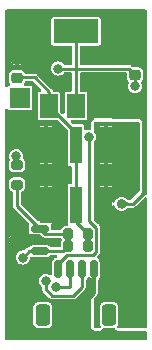
<source format=gbr>
%TF.GenerationSoftware,KiCad,Pcbnew,(6.0.9)*%
%TF.CreationDate,2022-11-21T17:19:19+00:00*%
%TF.ProjectId,DLSB-DRIVERBOARD-V1,444c5342-2d44-4524-9956-4552424f4152,rev?*%
%TF.SameCoordinates,Original*%
%TF.FileFunction,Copper,L2,Bot*%
%TF.FilePolarity,Positive*%
%FSLAX46Y46*%
G04 Gerber Fmt 4.6, Leading zero omitted, Abs format (unit mm)*
G04 Created by KiCad (PCBNEW (6.0.9)) date 2022-11-21 17:19:19*
%MOMM*%
%LPD*%
G01*
G04 APERTURE LIST*
G04 Aperture macros list*
%AMRoundRect*
0 Rectangle with rounded corners*
0 $1 Rounding radius*
0 $2 $3 $4 $5 $6 $7 $8 $9 X,Y pos of 4 corners*
0 Add a 4 corners polygon primitive as box body*
4,1,4,$2,$3,$4,$5,$6,$7,$8,$9,$2,$3,0*
0 Add four circle primitives for the rounded corners*
1,1,$1+$1,$2,$3*
1,1,$1+$1,$4,$5*
1,1,$1+$1,$6,$7*
1,1,$1+$1,$8,$9*
0 Add four rect primitives between the rounded corners*
20,1,$1+$1,$2,$3,$4,$5,0*
20,1,$1+$1,$4,$5,$6,$7,0*
20,1,$1+$1,$6,$7,$8,$9,0*
20,1,$1+$1,$8,$9,$2,$3,0*%
G04 Aperture macros list end*
%TA.AperFunction,ComponentPad*%
%ADD10R,1.700000X1.700000*%
%TD*%
%TA.AperFunction,SMDPad,CuDef*%
%ADD11RoundRect,0.225000X0.250000X-0.225000X0.250000X0.225000X-0.250000X0.225000X-0.250000X-0.225000X0*%
%TD*%
%TA.AperFunction,SMDPad,CuDef*%
%ADD12RoundRect,0.200000X-0.275000X0.200000X-0.275000X-0.200000X0.275000X-0.200000X0.275000X0.200000X0*%
%TD*%
%TA.AperFunction,SMDPad,CuDef*%
%ADD13RoundRect,0.200000X-0.200000X-0.275000X0.200000X-0.275000X0.200000X0.275000X-0.200000X0.275000X0*%
%TD*%
%TA.AperFunction,SMDPad,CuDef*%
%ADD14RoundRect,0.150000X0.587500X0.150000X-0.587500X0.150000X-0.587500X-0.150000X0.587500X-0.150000X0*%
%TD*%
%TA.AperFunction,SMDPad,CuDef*%
%ADD15RoundRect,0.150000X0.150000X0.625000X-0.150000X0.625000X-0.150000X-0.625000X0.150000X-0.625000X0*%
%TD*%
%TA.AperFunction,SMDPad,CuDef*%
%ADD16RoundRect,0.250000X0.350000X0.650000X-0.350000X0.650000X-0.350000X-0.650000X0.350000X-0.650000X0*%
%TD*%
%TA.AperFunction,SMDPad,CuDef*%
%ADD17R,1.500000X2.000000*%
%TD*%
%TA.AperFunction,SMDPad,CuDef*%
%ADD18R,3.800000X2.000000*%
%TD*%
%TA.AperFunction,SMDPad,CuDef*%
%ADD19R,1.000000X3.150000*%
%TD*%
%TA.AperFunction,ViaPad*%
%ADD20C,0.800000*%
%TD*%
%TA.AperFunction,Conductor*%
%ADD21C,0.250000*%
%TD*%
G04 APERTURE END LIST*
D10*
%TO.P,J4,1,Pin_1*%
%TO.N,ADC0*%
X-4750000Y6500000D03*
%TD*%
D11*
%TO.P,C2,1*%
%TO.N,VOUT*%
X5000000Y8450000D03*
%TO.P,C2,2*%
%TO.N,GND*%
X5000000Y10000000D03*
%TD*%
D12*
%TO.P,R1,1*%
%TO.N,ADC0*%
X-5000000Y825000D03*
%TO.P,R1,2*%
%TO.N,Net-(Q1-Pad1)*%
X-5000000Y-825000D03*
%TD*%
D13*
%TO.P,R3,1*%
%TO.N,Net-(Q1-Pad2)*%
X-650000Y-6000000D03*
%TO.P,R3,2*%
%TO.N,VIN*%
X1000000Y-6000000D03*
%TD*%
D11*
%TO.P,C1,1*%
%TO.N,VIN*%
X-5000000Y8225000D03*
%TO.P,C1,2*%
%TO.N,GND*%
X-5000000Y9775000D03*
%TD*%
D13*
%TO.P,R2,1*%
%TO.N,Net-(Q1-Pad1)*%
X-650000Y-5000000D03*
%TO.P,R2,2*%
%TO.N,VIN*%
X1000000Y-5000000D03*
%TD*%
D14*
%TO.P,Q1,1,B*%
%TO.N,Net-(Q1-Pad1)*%
X-3062500Y-4550000D03*
%TO.P,Q1,2,E*%
%TO.N,Net-(Q1-Pad2)*%
X-3062500Y-6450000D03*
%TO.P,Q1,3,C*%
%TO.N,GND*%
X-4937500Y-5500000D03*
%TD*%
D15*
%TO.P,J3,1,Pin_1*%
%TO.N,GND*%
X1500000Y-8000000D03*
%TO.P,J3,2,Pin_2*%
%TO.N,VOUT*%
X500000Y-8000000D03*
%TO.P,J3,3,Pin_3*%
%TO.N,ADC6*%
X-500000Y-8000000D03*
%TO.P,J3,4,Pin_4*%
%TO.N,ADC4*%
X-1500000Y-8000000D03*
D16*
%TO.P,J3,MP*%
%TO.N,N/C*%
X2800000Y-11875000D03*
X-2800000Y-11875000D03*
%TD*%
D17*
%TO.P,U2,1,GND*%
%TO.N,GND*%
X2300000Y5850000D03*
D18*
%TO.P,U2,2,VO*%
%TO.N,VOUT*%
X0Y12150000D03*
D17*
X0Y5850000D03*
%TO.P,U2,3,VI*%
%TO.N,VIN*%
X-2300000Y5850000D03*
%TD*%
D19*
%TO.P,J2,1,Pin_1*%
%TO.N,OUTPUT01*%
X2540000Y-2525000D03*
%TO.P,J2,2,Pin_2*%
X2540000Y2525000D03*
%TO.P,J2,3,Pin_3*%
%TO.N,VIN*%
X0Y-2525000D03*
%TO.P,J2,4,Pin_4*%
X0Y2525000D03*
%TO.P,J2,5,Pin_5*%
%TO.N,GND*%
X-2540000Y-2525000D03*
%TO.P,J2,6,Pin_6*%
X-2540000Y2525000D03*
%TD*%
D20*
%TO.N,GND*%
X3862701Y-2449500D03*
%TO.N,VOUT*%
X-2547226Y-8970502D03*
%TO.N,ADC6*%
X-1699502Y-9500000D03*
%TO.N,ADC4*%
X1119500Y3225000D03*
%TO.N,OUTPUT01*%
X4500000Y-9750000D03*
X3750000Y-9750000D03*
X3000000Y-9750000D03*
X4500000Y-9000000D03*
X3750000Y-9000000D03*
X3000000Y-9000000D03*
X3000000Y-8250000D03*
X3750000Y-8250000D03*
X4500000Y-8250000D03*
X4500000Y-7500000D03*
X3750000Y-7500000D03*
X3000000Y-7500000D03*
%TO.N,GND*%
X-4250000Y-13000000D03*
X-5000000Y-13000000D03*
X-4250000Y-11500000D03*
X-5000000Y-11500000D03*
%TO.N,Net-(Q1-Pad2)*%
X-4500000Y-7000000D03*
%TO.N,GND*%
X-5068549Y-3568549D03*
%TO.N,VOUT*%
X5000000Y7500000D03*
%TO.N,ADC0*%
X-5061424Y1561423D03*
%TO.N,GND*%
X-5000000Y5000000D03*
%TO.N,VOUT*%
X-1500000Y9000000D03*
%TO.N,GND*%
X-2500000Y9000000D03*
%TD*%
D21*
%TO.N,VIN*%
X-4975000Y8250000D02*
X-5000000Y8225000D01*
X-3500000Y8250000D02*
X-4975000Y8250000D01*
X-2300000Y7050000D02*
X-3500000Y8250000D01*
X-2300000Y5850000D02*
X-2300000Y7050000D01*
%TO.N,GND*%
X4650000Y5850000D02*
X2300000Y5850000D01*
X5750000Y4750000D02*
X4650000Y5850000D01*
X5750000Y-1500000D02*
X5750000Y4750000D01*
X3862701Y-2449500D02*
X4800500Y-2449500D01*
X4800500Y-2449500D02*
X5750000Y-1500000D01*
X-3750000Y-13500000D02*
X-4250000Y-13000000D01*
X-2000000Y-13500000D02*
X-3750000Y-13500000D01*
X1500000Y-10000000D02*
X-2000000Y-13500000D01*
X1500000Y-8000000D02*
X1500000Y-10000000D01*
%TO.N,VOUT*%
X500000Y-9500000D02*
X500000Y-8000000D01*
X-225000Y-10225000D02*
X500000Y-9500000D01*
X-1999807Y-10225000D02*
X-225000Y-10225000D01*
X-2547226Y-9677581D02*
X-1999807Y-10225000D01*
X-2547226Y-8970502D02*
X-2547226Y-9677581D01*
%TO.N,ADC6*%
X-500000Y-9500000D02*
X-1699502Y-9500000D01*
X-500000Y-8000000D02*
X-500000Y-9500000D01*
%TO.N,ADC4*%
X1119500Y-3902038D02*
X1119500Y3225000D01*
X1725000Y-4507538D02*
X1119500Y-3902038D01*
X1417462Y-6800000D02*
X1725000Y-6492462D01*
X1725000Y-6492462D02*
X1725000Y-4507538D01*
X-746751Y-6800000D02*
X1417462Y-6800000D01*
X-1500000Y-7553249D02*
X-746751Y-6800000D01*
X-1500000Y-8000000D02*
X-1500000Y-7553249D01*
%TO.N,GND*%
X-5000000Y-13000000D02*
X-4920000Y-13000000D01*
%TO.N,Net-(Q1-Pad2)*%
X-3950000Y-6450000D02*
X-4500000Y-7000000D01*
X-3062500Y-6450000D02*
X-3950000Y-6450000D01*
%TO.N,Net-(Q1-Pad1)*%
X-5000000Y-2612500D02*
X-3062500Y-4550000D01*
X-5000000Y-825000D02*
X-5000000Y-2612500D01*
%TO.N,VOUT*%
X4450000Y9000000D02*
X0Y9000000D01*
X5000000Y8450000D02*
X4450000Y9000000D01*
X5000000Y8450000D02*
X5000000Y7500000D01*
%TO.N,ADC0*%
X-5061424Y886424D02*
X-5000000Y825000D01*
X-5061424Y1561423D02*
X-5061424Y886424D01*
%TO.N,VOUT*%
X0Y9000000D02*
X0Y12150000D01*
X-1500000Y9000000D02*
X0Y9000000D01*
%TO.N,VIN*%
X-5000000Y8225000D02*
X-4675000Y8225000D01*
%TO.N,Net-(Q1-Pad2)*%
X-1100000Y-6450000D02*
X-650000Y-6000000D01*
X-3062500Y-6450000D02*
X-1100000Y-6450000D01*
%TO.N,Net-(Q1-Pad1)*%
X-2612500Y-5000000D02*
X-3062500Y-4550000D01*
X-650000Y-5000000D02*
X-2612500Y-5000000D01*
%TO.N,VIN*%
X1000000Y-5000000D02*
X1000000Y-6000000D01*
X0Y-4000000D02*
X1000000Y-5000000D01*
X0Y-2525000D02*
X0Y-4000000D01*
%TO.N,GND*%
X-2540000Y2525000D02*
X-2540000Y-2525000D01*
%TO.N,OUTPUT01*%
X2540000Y2525000D02*
X2540000Y-2525000D01*
%TO.N,VIN*%
X0Y2525000D02*
X0Y-2525000D01*
X0Y3550000D02*
X-2300000Y5850000D01*
X0Y2525000D02*
X0Y3550000D01*
%TO.N,VOUT*%
X0Y5850000D02*
X0Y12150000D01*
%TD*%
%TA.AperFunction,Conductor*%
%TO.N,OUTPUT01*%
G36*
X5366621Y4479998D02*
G01*
X5413114Y4426342D01*
X5424500Y4374000D01*
X5424500Y-1312984D01*
X5404498Y-1381105D01*
X5387595Y-1402079D01*
X4702579Y-2087095D01*
X4640267Y-2121121D01*
X4613484Y-2124000D01*
X4431987Y-2124000D01*
X4363866Y-2103998D01*
X4332024Y-2074704D01*
X4296006Y-2027764D01*
X4290983Y-2021218D01*
X4165542Y-1924964D01*
X4019463Y-1864456D01*
X3862701Y-1843818D01*
X3705939Y-1864456D01*
X3559860Y-1924964D01*
X3434419Y-2021218D01*
X3338165Y-2146659D01*
X3282409Y-2281266D01*
X3237861Y-2336547D01*
X3170497Y-2358968D01*
X3101706Y-2341410D01*
X3053328Y-2289448D01*
X3040000Y-2233048D01*
X3040000Y-968115D01*
X3035525Y-952876D01*
X3034135Y-951671D01*
X3026452Y-950000D01*
X2708115Y-950000D01*
X2692876Y-954475D01*
X2691671Y-955865D01*
X2690000Y-963548D01*
X2690000Y-4081885D01*
X2694475Y-4097124D01*
X2695865Y-4098329D01*
X2703548Y-4100000D01*
X3021885Y-4100000D01*
X3037124Y-4095525D01*
X3038329Y-4094135D01*
X3040000Y-4086452D01*
X3040000Y-2665952D01*
X3060002Y-2597831D01*
X3113658Y-2551338D01*
X3183932Y-2541234D01*
X3248512Y-2570728D01*
X3282409Y-2617734D01*
X3338165Y-2752341D01*
X3434419Y-2877782D01*
X3559860Y-2974036D01*
X3705939Y-3034544D01*
X3862701Y-3055182D01*
X3870889Y-3054104D01*
X4011275Y-3035622D01*
X4019463Y-3034544D01*
X4165542Y-2974036D01*
X4290983Y-2877782D01*
X4332024Y-2824296D01*
X4389362Y-2782429D01*
X4431987Y-2775000D01*
X4780790Y-2775000D01*
X4791772Y-2775480D01*
X4818320Y-2777803D01*
X4818322Y-2777803D01*
X4829307Y-2778764D01*
X4865715Y-2769008D01*
X4876442Y-2766630D01*
X4879801Y-2766038D01*
X4913545Y-2760088D01*
X4923090Y-2754577D01*
X4926366Y-2753385D01*
X4929534Y-2751908D01*
X4940184Y-2749054D01*
X4971044Y-2727445D01*
X4980315Y-2721539D01*
X5003406Y-2708207D01*
X5012955Y-2702694D01*
X5037185Y-2673817D01*
X5044611Y-2665715D01*
X5783905Y-1926421D01*
X5846217Y-1892395D01*
X5917032Y-1897460D01*
X5973868Y-1940007D01*
X5998679Y-2006527D01*
X5999000Y-2015516D01*
X5999000Y-12874000D01*
X5978998Y-12942121D01*
X5925342Y-12988614D01*
X5873000Y-13000000D01*
X3608962Y-13000000D01*
X3540841Y-12979998D01*
X3494348Y-12926342D01*
X3484244Y-12856068D01*
X3507611Y-12799141D01*
X3547039Y-12745761D01*
X3547043Y-12745754D01*
X3552634Y-12738184D01*
X3597519Y-12610369D01*
X3600500Y-12578834D01*
X3600500Y-11171166D01*
X3597519Y-11139631D01*
X3552634Y-11011816D01*
X3547042Y-11004246D01*
X3547041Y-11004243D01*
X3477742Y-10910421D01*
X3472150Y-10902850D01*
X3455206Y-10890335D01*
X3370757Y-10827959D01*
X3370754Y-10827958D01*
X3363184Y-10822366D01*
X3235369Y-10777481D01*
X3227723Y-10776758D01*
X3227722Y-10776758D01*
X3221752Y-10776194D01*
X3203834Y-10774500D01*
X2396166Y-10774500D01*
X2378248Y-10776194D01*
X2372278Y-10776758D01*
X2372277Y-10776758D01*
X2364631Y-10777481D01*
X2236816Y-10822366D01*
X2229246Y-10827958D01*
X2229243Y-10827959D01*
X2144794Y-10890335D01*
X2127850Y-10902850D01*
X2122258Y-10910421D01*
X2052959Y-11004243D01*
X2052958Y-11004246D01*
X2047366Y-11011816D01*
X2002481Y-11139631D01*
X1999500Y-11171166D01*
X1999500Y-12578834D01*
X2002481Y-12610369D01*
X2047366Y-12738184D01*
X2052957Y-12745754D01*
X2052961Y-12745761D01*
X2092389Y-12799141D01*
X2116772Y-12865819D01*
X2101235Y-12935095D01*
X2050712Y-12984973D01*
X1991038Y-13000000D01*
X1626000Y-13000000D01*
X1557879Y-12979998D01*
X1511386Y-12926342D01*
X1500000Y-12874000D01*
X1500000Y-10512517D01*
X1520002Y-10444396D01*
X1536905Y-10423422D01*
X1716222Y-10244105D01*
X1724326Y-10236678D01*
X1744749Y-10219541D01*
X1753194Y-10212455D01*
X1772039Y-10179815D01*
X1777943Y-10170547D01*
X1793231Y-10148713D01*
X1799553Y-10139684D01*
X1802406Y-10129038D01*
X1803883Y-10125870D01*
X1805076Y-10122593D01*
X1810588Y-10113045D01*
X1817132Y-10075931D01*
X1819512Y-10065196D01*
X1826410Y-10039454D01*
X1829263Y-10028807D01*
X1825979Y-9991269D01*
X1825500Y-9980288D01*
X1825500Y-8997468D01*
X1845502Y-8929347D01*
X1862327Y-8908450D01*
X1931935Y-8838721D01*
X1931935Y-8838720D01*
X1939293Y-8831350D01*
X1990536Y-8726518D01*
X2000500Y-8658218D01*
X2000500Y-7341782D01*
X1990358Y-7272888D01*
X1938932Y-7168145D01*
X1896213Y-7125500D01*
X1863721Y-7093065D01*
X1863720Y-7093065D01*
X1856350Y-7085707D01*
X1837402Y-7076445D01*
X1784985Y-7028559D01*
X1766778Y-6959937D01*
X1788562Y-6892365D01*
X1803640Y-6874150D01*
X1941228Y-6736562D01*
X1949332Y-6729135D01*
X1969749Y-6712003D01*
X1978194Y-6704917D01*
X1997039Y-6672277D01*
X2002943Y-6663009D01*
X2018231Y-6641175D01*
X2024553Y-6632146D01*
X2027406Y-6621500D01*
X2028883Y-6618332D01*
X2030076Y-6615055D01*
X2035588Y-6605507D01*
X2042132Y-6568393D01*
X2044512Y-6557658D01*
X2051410Y-6531916D01*
X2054263Y-6521269D01*
X2050979Y-6483731D01*
X2050500Y-6472750D01*
X2050500Y-4527248D01*
X2050980Y-4516266D01*
X2053303Y-4489713D01*
X2053303Y-4489708D01*
X2054263Y-4478731D01*
X2044508Y-4442321D01*
X2042133Y-4431610D01*
X2037501Y-4405344D01*
X2035588Y-4394493D01*
X2030078Y-4384949D01*
X2028886Y-4381673D01*
X2027407Y-4378502D01*
X2024554Y-4367854D01*
X2002940Y-4336986D01*
X1997036Y-4327717D01*
X1978194Y-4295082D01*
X1980015Y-4294031D01*
X1957223Y-4241946D01*
X1968443Y-4171841D01*
X1972535Y-4167268D01*
X1966342Y-4172634D01*
X1896068Y-4182738D01*
X1831488Y-4153244D01*
X1824905Y-4147116D01*
X1794752Y-4116963D01*
X2022693Y-4116963D01*
X2082210Y-4100000D01*
X2371885Y-4100000D01*
X2387124Y-4095525D01*
X2388329Y-4094135D01*
X2390000Y-4086452D01*
X2390000Y-2693115D01*
X2385525Y-2677876D01*
X2384135Y-2676671D01*
X2376452Y-2675000D01*
X2058115Y-2675000D01*
X2042876Y-2679475D01*
X2041671Y-2680865D01*
X2040000Y-2688548D01*
X2040000Y-4058020D01*
X2022693Y-4116963D01*
X1794752Y-4116963D01*
X1536905Y-3859117D01*
X1502880Y-3796804D01*
X1500000Y-3770021D01*
X1500000Y-2356885D01*
X2040000Y-2356885D01*
X2044475Y-2372124D01*
X2045865Y-2373329D01*
X2053548Y-2375000D01*
X2371885Y-2375000D01*
X2387124Y-2370525D01*
X2388329Y-2369135D01*
X2390000Y-2361452D01*
X2390000Y-968115D01*
X2385525Y-952876D01*
X2384135Y-951671D01*
X2376452Y-950000D01*
X2058115Y-950000D01*
X2042876Y-954475D01*
X2041671Y-955865D01*
X2040000Y-963548D01*
X2040000Y-2356885D01*
X1500000Y-2356885D01*
X1500000Y968115D01*
X2040000Y968115D01*
X2044475Y952876D01*
X2045865Y951671D01*
X2053548Y950000D01*
X2371885Y950000D01*
X2387124Y954475D01*
X2388329Y955865D01*
X2390000Y963548D01*
X2390000Y968115D01*
X2690000Y968115D01*
X2694475Y952876D01*
X2695865Y951671D01*
X2703548Y950000D01*
X3021885Y950000D01*
X3037124Y954475D01*
X3038329Y955865D01*
X3040000Y963548D01*
X3040000Y2356885D01*
X3035525Y2372124D01*
X3034135Y2373329D01*
X3026452Y2375000D01*
X2708115Y2375000D01*
X2692876Y2370525D01*
X2691671Y2369135D01*
X2690000Y2361452D01*
X2690000Y968115D01*
X2390000Y968115D01*
X2390000Y2356885D01*
X2385525Y2372124D01*
X2384135Y2373329D01*
X2376452Y2375000D01*
X2058115Y2375000D01*
X2042876Y2370525D01*
X2041671Y2369135D01*
X2040000Y2361452D01*
X2040000Y968115D01*
X1500000Y968115D01*
X1500000Y2693115D01*
X2040000Y2693115D01*
X2044475Y2677876D01*
X2045865Y2676671D01*
X2053548Y2675000D01*
X2371885Y2675000D01*
X2387124Y2679475D01*
X2388329Y2680865D01*
X2390000Y2688548D01*
X2390000Y2693115D01*
X2690000Y2693115D01*
X2694475Y2677876D01*
X2695865Y2676671D01*
X2703548Y2675000D01*
X3021885Y2675000D01*
X3037124Y2679475D01*
X3038329Y2680865D01*
X3040000Y2688548D01*
X3040000Y4081885D01*
X3035525Y4097124D01*
X3034135Y4098329D01*
X3026452Y4100000D01*
X2708115Y4100000D01*
X2692876Y4095525D01*
X2691671Y4094135D01*
X2690000Y4086452D01*
X2690000Y2693115D01*
X2390000Y2693115D01*
X2390000Y4081885D01*
X2385525Y4097124D01*
X2384135Y4098329D01*
X2376452Y4100000D01*
X2058115Y4100000D01*
X2042876Y4095525D01*
X2041671Y4094135D01*
X2040000Y4086452D01*
X2040000Y2693115D01*
X1500000Y2693115D01*
X1500000Y2698270D01*
X1520002Y2766391D01*
X1536907Y2787368D01*
X1541229Y2791690D01*
X1547782Y2796718D01*
X1644036Y2922159D01*
X1704544Y3068238D01*
X1725182Y3225000D01*
X1704544Y3381762D01*
X1644036Y3527841D01*
X1547782Y3653282D01*
X1541229Y3658310D01*
X1536907Y3662632D01*
X1502880Y3724944D01*
X1500000Y3751730D01*
X1500000Y4374000D01*
X1520002Y4442121D01*
X1573658Y4488614D01*
X1626000Y4500000D01*
X5298500Y4500000D01*
X5366621Y4479998D01*
G37*
%TD.AperFunction*%
%TD*%
%TA.AperFunction,Conductor*%
%TO.N,GND*%
G36*
X-3618896Y7904498D02*
G01*
X-3597921Y7887595D01*
X-2975922Y7265595D01*
X-2941897Y7203283D01*
X-2946962Y7132467D01*
X-2989509Y7075632D01*
X-3056029Y7050821D01*
X-3062732Y7050582D01*
X-3063564Y7050500D01*
X-3069748Y7050500D01*
X-3075816Y7049293D01*
X-3116061Y7041288D01*
X-3116062Y7041288D01*
X-3128231Y7038867D01*
X-3194552Y6994552D01*
X-3238867Y6928231D01*
X-3250500Y6869748D01*
X-3250500Y4830252D01*
X-3238867Y4771769D01*
X-3194552Y4705448D01*
X-3128231Y4661133D01*
X-3116062Y4658712D01*
X-3116061Y4658712D01*
X-3075816Y4650707D01*
X-3069748Y4649500D01*
X-1612017Y4649500D01*
X-1543896Y4629498D01*
X-1522921Y4612595D01*
X-737404Y3827077D01*
X-703379Y3764765D01*
X-700500Y3737982D01*
X-700500Y930252D01*
X-688867Y871769D01*
X-644552Y805448D01*
X-578231Y761133D01*
X-566062Y758712D01*
X-566061Y758712D01*
X-525816Y750707D01*
X-519748Y749500D01*
X-451500Y749500D01*
X-383379Y729498D01*
X-336886Y675842D01*
X-325500Y623500D01*
X-325500Y-623500D01*
X-345502Y-691621D01*
X-399158Y-738114D01*
X-451500Y-749500D01*
X-519748Y-749500D01*
X-525816Y-750707D01*
X-566061Y-758712D01*
X-566062Y-758712D01*
X-578231Y-761133D01*
X-644552Y-805448D01*
X-688867Y-871769D01*
X-700500Y-930252D01*
X-700500Y-4119748D01*
X-699294Y-4125813D01*
X-699293Y-4125819D01*
X-689725Y-4173921D01*
X-696053Y-4244635D01*
X-739608Y-4300702D01*
X-813304Y-4324501D01*
X-881518Y-4324501D01*
X-886411Y-4325276D01*
X-886412Y-4325276D01*
X-965506Y-4337802D01*
X-965508Y-4337803D01*
X-975304Y-4339354D01*
X-1088342Y-4396950D01*
X-1178050Y-4486658D01*
X-1235646Y-4599696D01*
X-1237699Y-4598650D01*
X-1270108Y-4646044D01*
X-1335506Y-4673679D01*
X-1349865Y-4674500D01*
X-1998500Y-4674500D01*
X-2066621Y-4654498D01*
X-2113114Y-4600842D01*
X-2124500Y-4548500D01*
X-2124500Y-4366782D01*
X-2133129Y-4308162D01*
X-2133216Y-4307574D01*
X-2133216Y-4307573D01*
X-2134642Y-4297888D01*
X-2143988Y-4278852D01*
X-2156055Y-4208889D01*
X-2128381Y-4143508D01*
X-2066381Y-4102427D01*
X-2042876Y-4095526D01*
X-2041671Y-4094135D01*
X-2040000Y-4086452D01*
X-2040000Y-2693115D01*
X-2044475Y-2677876D01*
X-2045865Y-2676671D01*
X-2053548Y-2675000D01*
X-3021885Y-2675000D01*
X-3037124Y-2679475D01*
X-3038329Y-2680865D01*
X-3040000Y-2688548D01*
X-3040000Y-3807984D01*
X-3060002Y-3876105D01*
X-3113658Y-3922598D01*
X-3183932Y-3932702D01*
X-3248512Y-3903208D01*
X-3255095Y-3897079D01*
X-4637595Y-2514579D01*
X-4671621Y-2452267D01*
X-4674500Y-2425484D01*
X-4674500Y-2356885D01*
X-3040000Y-2356885D01*
X-3035525Y-2372124D01*
X-3034135Y-2373329D01*
X-3026452Y-2375000D01*
X-2708115Y-2375000D01*
X-2692876Y-2370525D01*
X-2691671Y-2369135D01*
X-2690000Y-2361452D01*
X-2690000Y-2356885D01*
X-2390000Y-2356885D01*
X-2385525Y-2372124D01*
X-2384135Y-2373329D01*
X-2376452Y-2375000D01*
X-2058115Y-2375000D01*
X-2042876Y-2370525D01*
X-2041671Y-2369135D01*
X-2040000Y-2361452D01*
X-2040000Y-968115D01*
X-2044475Y-952876D01*
X-2045865Y-951671D01*
X-2053548Y-950000D01*
X-2371885Y-950000D01*
X-2387124Y-954475D01*
X-2388329Y-955865D01*
X-2390000Y-963548D01*
X-2390000Y-2356885D01*
X-2690000Y-2356885D01*
X-2690000Y-968115D01*
X-2694475Y-952876D01*
X-2695865Y-951671D01*
X-2703548Y-950000D01*
X-3021885Y-950000D01*
X-3037124Y-954475D01*
X-3038329Y-955865D01*
X-3040000Y-963548D01*
X-3040000Y-2356885D01*
X-4674500Y-2356885D01*
X-4674500Y-1524865D01*
X-4654498Y-1456744D01*
X-4601656Y-1410956D01*
X-4599696Y-1410646D01*
X-4486658Y-1353050D01*
X-4396950Y-1263342D01*
X-4339354Y-1150304D01*
X-4324500Y-1056519D01*
X-4324501Y-593482D01*
X-4339354Y-499696D01*
X-4396950Y-386658D01*
X-4486658Y-296950D01*
X-4599696Y-239354D01*
X-4609485Y-237804D01*
X-4609487Y-237803D01*
X-4636849Y-233470D01*
X-4693481Y-224500D01*
X-4999938Y-224500D01*
X-5306518Y-224501D01*
X-5311411Y-225276D01*
X-5311412Y-225276D01*
X-5390506Y-237802D01*
X-5390508Y-237803D01*
X-5400304Y-239354D01*
X-5513342Y-296950D01*
X-5603050Y-386658D01*
X-5660646Y-499696D01*
X-5675500Y-593481D01*
X-5675499Y-1056518D01*
X-5660646Y-1150304D01*
X-5603050Y-1263342D01*
X-5513342Y-1353050D01*
X-5469864Y-1375203D01*
X-5400304Y-1410646D01*
X-5401350Y-1412699D01*
X-5353956Y-1445108D01*
X-5326321Y-1510506D01*
X-5325500Y-1524865D01*
X-5325500Y-2592790D01*
X-5325980Y-2603772D01*
X-5329264Y-2641307D01*
X-5319509Y-2677710D01*
X-5317130Y-2688442D01*
X-5310588Y-2725545D01*
X-5305077Y-2735090D01*
X-5303885Y-2738366D01*
X-5302408Y-2741534D01*
X-5299554Y-2752184D01*
X-5293230Y-2761215D01*
X-5277945Y-2783044D01*
X-5272039Y-2792315D01*
X-5258707Y-2815406D01*
X-5253194Y-2824955D01*
X-5228419Y-2845744D01*
X-5224318Y-2849185D01*
X-5216215Y-2856611D01*
X-3983165Y-4089661D01*
X-3949139Y-4151973D01*
X-3954204Y-4222788D01*
X-3959060Y-4234089D01*
X-3990536Y-4298482D01*
X-4000500Y-4366782D01*
X-4000500Y-4733218D01*
X-3990358Y-4802112D01*
X-3938932Y-4906855D01*
X-3856350Y-4989293D01*
X-3751518Y-5040536D01*
X-3721027Y-5044984D01*
X-3687744Y-5049840D01*
X-3687740Y-5049840D01*
X-3683218Y-5050500D01*
X-3074516Y-5050500D01*
X-3006395Y-5070502D01*
X-2985421Y-5087405D01*
X-2856611Y-5216215D01*
X-2849184Y-5224319D01*
X-2824955Y-5253194D01*
X-2815406Y-5258707D01*
X-2792315Y-5272039D01*
X-2783044Y-5277945D01*
X-2752184Y-5299554D01*
X-2741533Y-5302408D01*
X-2738360Y-5303888D01*
X-2735088Y-5305079D01*
X-2725545Y-5310588D01*
X-2688424Y-5317134D01*
X-2677717Y-5319508D01*
X-2641307Y-5329263D01*
X-2630332Y-5328303D01*
X-2630330Y-5328303D01*
X-2603769Y-5325979D01*
X-2592788Y-5325500D01*
X-1349865Y-5325500D01*
X-1281744Y-5345502D01*
X-1235956Y-5398344D01*
X-1235646Y-5400304D01*
X-1232080Y-5407302D01*
X-1232078Y-5407308D01*
X-1213995Y-5442798D01*
X-1200891Y-5512575D01*
X-1213995Y-5557202D01*
X-1231141Y-5590855D01*
X-1235646Y-5599696D01*
X-1250500Y-5693481D01*
X-1250500Y-5698434D01*
X-1250499Y-5998500D01*
X-1270501Y-6066620D01*
X-1324156Y-6113113D01*
X-1376499Y-6124500D01*
X-2102532Y-6124500D01*
X-2170653Y-6104498D01*
X-2191550Y-6087673D01*
X-2212639Y-6066620D01*
X-2268650Y-6010707D01*
X-2373482Y-5959464D01*
X-2403973Y-5955016D01*
X-2437256Y-5950160D01*
X-2437260Y-5950160D01*
X-2441782Y-5949500D01*
X-3683218Y-5949500D01*
X-3687768Y-5950170D01*
X-3687771Y-5950170D01*
X-3742426Y-5958216D01*
X-3742427Y-5958216D01*
X-3752112Y-5959642D01*
X-3802008Y-5984140D01*
X-3847507Y-6006478D01*
X-3847509Y-6006479D01*
X-3856855Y-6011068D01*
X-3864213Y-6018438D01*
X-3864212Y-6018438D01*
X-3937885Y-6092239D01*
X-3994441Y-6124926D01*
X-4015211Y-6130492D01*
X-4025931Y-6132868D01*
X-4033492Y-6134201D01*
X-4063045Y-6139412D01*
X-4072593Y-6144924D01*
X-4075870Y-6146117D01*
X-4079038Y-6147594D01*
X-4089684Y-6150447D01*
X-4098713Y-6156769D01*
X-4120547Y-6172057D01*
X-4129815Y-6177961D01*
X-4162455Y-6196806D01*
X-4169538Y-6205247D01*
X-4169539Y-6205248D01*
X-4186680Y-6225676D01*
X-4194106Y-6233779D01*
X-4327618Y-6367291D01*
X-4389930Y-6401317D01*
X-4433158Y-6403118D01*
X-4500000Y-6394318D01*
X-4656762Y-6414956D01*
X-4802841Y-6475464D01*
X-4928282Y-6571718D01*
X-5024536Y-6697159D01*
X-5085044Y-6843238D01*
X-5105682Y-7000000D01*
X-5085044Y-7156762D01*
X-5024536Y-7302841D01*
X-4928282Y-7428282D01*
X-4802841Y-7524536D01*
X-4656762Y-7585044D01*
X-4500000Y-7605682D01*
X-4491812Y-7604604D01*
X-4351426Y-7586122D01*
X-4343238Y-7585044D01*
X-4197159Y-7524536D01*
X-4071718Y-7428282D01*
X-3975464Y-7302841D01*
X-3914956Y-7156762D01*
X-3900500Y-7046955D01*
X-3871778Y-6982029D01*
X-3812513Y-6942937D01*
X-3751878Y-6943002D01*
X-3751518Y-6940536D01*
X-3687744Y-6949840D01*
X-3687740Y-6949840D01*
X-3683218Y-6950500D01*
X-2441782Y-6950500D01*
X-2437232Y-6949830D01*
X-2437229Y-6949830D01*
X-2382574Y-6941784D01*
X-2382573Y-6941784D01*
X-2372888Y-6940358D01*
X-2322992Y-6915860D01*
X-2277493Y-6893522D01*
X-2277491Y-6893521D01*
X-2268145Y-6888932D01*
X-2191829Y-6812482D01*
X-2129545Y-6778403D01*
X-2102655Y-6775500D01*
X-1712825Y-6775500D01*
X-1644704Y-6795502D01*
X-1598211Y-6849158D01*
X-1588107Y-6919432D01*
X-1617601Y-6984012D01*
X-1677327Y-7022396D01*
X-1694474Y-7026157D01*
X-1742426Y-7033216D01*
X-1742427Y-7033216D01*
X-1752112Y-7034642D01*
X-1802008Y-7059140D01*
X-1847507Y-7081478D01*
X-1847509Y-7081479D01*
X-1856855Y-7086068D01*
X-1939293Y-7168650D01*
X-1943866Y-7178006D01*
X-1943867Y-7178007D01*
X-1959730Y-7210460D01*
X-1990536Y-7273482D01*
X-2000500Y-7341782D01*
X-2000500Y-8377602D01*
X-2020502Y-8445723D01*
X-2074158Y-8492216D01*
X-2144432Y-8502320D01*
X-2203203Y-8477565D01*
X-2237830Y-8450995D01*
X-2237834Y-8450993D01*
X-2244385Y-8445966D01*
X-2390464Y-8385458D01*
X-2450136Y-8377602D01*
X-2539038Y-8365898D01*
X-2547226Y-8364820D01*
X-2555414Y-8365898D01*
X-2644315Y-8377602D01*
X-2703988Y-8385458D01*
X-2850067Y-8445966D01*
X-2975508Y-8542220D01*
X-3071762Y-8667661D01*
X-3132270Y-8813740D01*
X-3152908Y-8970502D01*
X-3132270Y-9127264D01*
X-3071762Y-9273343D01*
X-2975508Y-9398784D01*
X-2968962Y-9403807D01*
X-2922022Y-9439825D01*
X-2880155Y-9497163D01*
X-2872726Y-9539788D01*
X-2872726Y-9657871D01*
X-2873206Y-9668853D01*
X-2876490Y-9706388D01*
X-2867426Y-9740214D01*
X-2866735Y-9742791D01*
X-2864356Y-9753523D01*
X-2857814Y-9790626D01*
X-2852303Y-9800171D01*
X-2851111Y-9803447D01*
X-2849634Y-9806615D01*
X-2846780Y-9817265D01*
X-2840456Y-9826296D01*
X-2825171Y-9848125D01*
X-2819265Y-9857396D01*
X-2805933Y-9880487D01*
X-2800420Y-9890036D01*
X-2791975Y-9897122D01*
X-2771551Y-9914260D01*
X-2763446Y-9921687D01*
X-2243906Y-10441228D01*
X-2236480Y-10449331D01*
X-2212262Y-10478194D01*
X-2202719Y-10483704D01*
X-2202715Y-10483707D01*
X-2179628Y-10497036D01*
X-2170359Y-10502940D01*
X-2139491Y-10524554D01*
X-2128843Y-10527407D01*
X-2125672Y-10528886D01*
X-2122396Y-10530078D01*
X-2112852Y-10535588D01*
X-2075731Y-10542134D01*
X-2065024Y-10544508D01*
X-2028614Y-10554263D01*
X-2017639Y-10553303D01*
X-2017637Y-10553303D01*
X-1991076Y-10550979D01*
X-1980095Y-10550500D01*
X-244710Y-10550500D01*
X-233728Y-10550980D01*
X-207180Y-10553303D01*
X-207178Y-10553303D01*
X-196193Y-10554264D01*
X-159785Y-10544508D01*
X-149058Y-10542130D01*
X-145699Y-10541538D01*
X-111955Y-10535588D01*
X-102410Y-10530077D01*
X-99134Y-10528885D01*
X-95966Y-10527408D01*
X-85316Y-10524554D01*
X-54450Y-10502941D01*
X-45185Y-10497039D01*
X-22094Y-10483707D01*
X-12545Y-10478194D01*
X11685Y-10449317D01*
X19111Y-10441215D01*
X716215Y-9744111D01*
X724319Y-9736684D01*
X744749Y-9719541D01*
X753194Y-9712455D01*
X763040Y-9695401D01*
X772039Y-9679815D01*
X777945Y-9670544D01*
X781644Y-9665261D01*
X799554Y-9639684D01*
X802408Y-9629034D01*
X803885Y-9625866D01*
X805077Y-9622590D01*
X810588Y-9613045D01*
X817130Y-9575942D01*
X819509Y-9565210D01*
X829264Y-9528807D01*
X825979Y-9491257D01*
X825500Y-9480276D01*
X825500Y-8997468D01*
X845502Y-8929347D01*
X862327Y-8908450D01*
X931935Y-8838721D01*
X931935Y-8838720D01*
X939293Y-8831350D01*
X967181Y-8774297D01*
X986243Y-8735301D01*
X986243Y-8735300D01*
X990536Y-8726518D01*
X991126Y-8722476D01*
X1028630Y-8665896D01*
X1093622Y-8637321D01*
X1163746Y-8648419D01*
X1214550Y-8692278D01*
X1234963Y-8722828D01*
X1252172Y-8740037D01*
X1281156Y-8759404D01*
X1303642Y-8768718D01*
X1329158Y-8773793D01*
X1334278Y-8774297D01*
X1347124Y-8770525D01*
X1348329Y-8769135D01*
X1350000Y-8761452D01*
X1350000Y-7976000D01*
X1370002Y-7907879D01*
X1423658Y-7861386D01*
X1476000Y-7850000D01*
X1524000Y-7850000D01*
X1592121Y-7870002D01*
X1638614Y-7923658D01*
X1650000Y-7976000D01*
X1650000Y-8756882D01*
X1656702Y-8779708D01*
X1656701Y-8850705D01*
X1652645Y-8862368D01*
X1651189Y-8865976D01*
X1648326Y-8871451D01*
X1646586Y-8877377D01*
X1646584Y-8877382D01*
X1629593Y-8935249D01*
X1628324Y-8939572D01*
X1627684Y-8944020D01*
X1627683Y-8944027D01*
X1620639Y-8993020D01*
X1620638Y-8993027D01*
X1620000Y-8997468D01*
X1620000Y-9980288D01*
X1620195Y-9989244D01*
X1620325Y-9992220D01*
X1603304Y-10061146D01*
X1579587Y-10090579D01*
X1577886Y-10092138D01*
X1577378Y-10092604D01*
X1570912Y-10098795D01*
X1391595Y-10278112D01*
X1376898Y-10294472D01*
X1375850Y-10295772D01*
X1375835Y-10295790D01*
X1365539Y-10308567D01*
X1359995Y-10315446D01*
X1322826Y-10386500D01*
X1321082Y-10392440D01*
X1305617Y-10445110D01*
X1302824Y-10454621D01*
X1302184Y-10459069D01*
X1302183Y-10459076D01*
X1295139Y-10508069D01*
X1295138Y-10508076D01*
X1294500Y-10512517D01*
X1294500Y-12874000D01*
X1299196Y-12917681D01*
X1310582Y-12970023D01*
X1313070Y-12980203D01*
X1356079Y-13060916D01*
X1402572Y-13114572D01*
X1420165Y-13132527D01*
X1499983Y-13177174D01*
X1533209Y-13186930D01*
X1563781Y-13195907D01*
X1563785Y-13195908D01*
X1568104Y-13197176D01*
X1572552Y-13197816D01*
X1572559Y-13197817D01*
X1621552Y-13204861D01*
X1621559Y-13204862D01*
X1626000Y-13205500D01*
X1991038Y-13205500D01*
X2028919Y-13200804D01*
X2037373Y-13199756D01*
X2037374Y-13199756D01*
X2041220Y-13199279D01*
X2100894Y-13184252D01*
X2102124Y-13183887D01*
X2102146Y-13183881D01*
X2109292Y-13181760D01*
X2109291Y-13181760D01*
X2117337Y-13179373D01*
X2174572Y-13143921D01*
X2189070Y-13134941D01*
X2189074Y-13134938D01*
X2195086Y-13131214D01*
X2245609Y-13081336D01*
X2262384Y-13062615D01*
X2270002Y-13046643D01*
X2317382Y-12993769D01*
X2385826Y-12974903D01*
X2390238Y-12975149D01*
X2390241Y-12975081D01*
X2393218Y-12975221D01*
X2396166Y-12975500D01*
X3203834Y-12975500D01*
X3206782Y-12975221D01*
X3209759Y-12975081D01*
X3209808Y-12976127D01*
X3275378Y-12988847D01*
X3328704Y-13041517D01*
X3339041Y-13060916D01*
X3385534Y-13114572D01*
X3403127Y-13132527D01*
X3482945Y-13177174D01*
X3516171Y-13186930D01*
X3546743Y-13195907D01*
X3546747Y-13195908D01*
X3551066Y-13197176D01*
X3555514Y-13197816D01*
X3555521Y-13197817D01*
X3604514Y-13204861D01*
X3604521Y-13204862D01*
X3608962Y-13205500D01*
X5873000Y-13205500D01*
X5941121Y-13225502D01*
X5987614Y-13279158D01*
X5999000Y-13331500D01*
X5999000Y-13873000D01*
X5978998Y-13941121D01*
X5925342Y-13987614D01*
X5873000Y-13999000D01*
X-5873000Y-13999000D01*
X-5941121Y-13978998D01*
X-5987614Y-13925342D01*
X-5999000Y-13873000D01*
X-5999000Y-12578834D01*
X-3600500Y-12578834D01*
X-3597519Y-12610369D01*
X-3552634Y-12738184D01*
X-3547042Y-12745754D01*
X-3547041Y-12745757D01*
X-3484665Y-12830206D01*
X-3472150Y-12847150D01*
X-3464579Y-12852742D01*
X-3370757Y-12922041D01*
X-3370754Y-12922042D01*
X-3363184Y-12927634D01*
X-3235369Y-12972519D01*
X-3227723Y-12973242D01*
X-3227722Y-12973242D01*
X-3221752Y-12973806D01*
X-3203834Y-12975500D01*
X-2396166Y-12975500D01*
X-2378248Y-12973806D01*
X-2372278Y-12973242D01*
X-2372277Y-12973242D01*
X-2364631Y-12972519D01*
X-2236816Y-12927634D01*
X-2229246Y-12922042D01*
X-2229243Y-12922041D01*
X-2135421Y-12852742D01*
X-2127850Y-12847150D01*
X-2115335Y-12830206D01*
X-2052959Y-12745757D01*
X-2052958Y-12745754D01*
X-2047366Y-12738184D01*
X-2002481Y-12610369D01*
X-1999500Y-12578834D01*
X-1999500Y-11171166D01*
X-2002481Y-11139631D01*
X-2047366Y-11011816D01*
X-2052958Y-11004246D01*
X-2052959Y-11004243D01*
X-2122258Y-10910421D01*
X-2127850Y-10902850D01*
X-2144794Y-10890335D01*
X-2229243Y-10827959D01*
X-2229246Y-10827958D01*
X-2236816Y-10822366D01*
X-2364631Y-10777481D01*
X-2372277Y-10776758D01*
X-2372278Y-10776758D01*
X-2378248Y-10776194D01*
X-2396166Y-10774500D01*
X-3203834Y-10774500D01*
X-3221752Y-10776194D01*
X-3227722Y-10776758D01*
X-3227723Y-10776758D01*
X-3235369Y-10777481D01*
X-3363184Y-10822366D01*
X-3370754Y-10827958D01*
X-3370757Y-10827959D01*
X-3455206Y-10890335D01*
X-3472150Y-10902850D01*
X-3477742Y-10910421D01*
X-3547041Y-11004243D01*
X-3547042Y-11004246D01*
X-3552634Y-11011816D01*
X-3597519Y-11139631D01*
X-3600500Y-11171166D01*
X-3600500Y-12578834D01*
X-5999000Y-12578834D01*
X-5999000Y-5662001D01*
X-5674663Y-5662001D01*
X-5673791Y-5670846D01*
X-5668718Y-5696352D01*
X-5659401Y-5718848D01*
X-5640037Y-5747828D01*
X-5622828Y-5765037D01*
X-5593844Y-5784404D01*
X-5571358Y-5793718D01*
X-5545842Y-5798793D01*
X-5533588Y-5800000D01*
X-5105615Y-5800000D01*
X-5090376Y-5795525D01*
X-5089171Y-5794135D01*
X-5087500Y-5786452D01*
X-5087500Y-5781884D01*
X-4787500Y-5781884D01*
X-4783025Y-5797123D01*
X-4781635Y-5798328D01*
X-4773952Y-5799999D01*
X-4341414Y-5799999D01*
X-4329154Y-5798791D01*
X-4303648Y-5793718D01*
X-4281152Y-5784401D01*
X-4252172Y-5765037D01*
X-4234963Y-5747828D01*
X-4215596Y-5718844D01*
X-4206282Y-5696358D01*
X-4201207Y-5670842D01*
X-4200703Y-5665722D01*
X-4204475Y-5652876D01*
X-4205865Y-5651671D01*
X-4213548Y-5650000D01*
X-4769385Y-5650000D01*
X-4784624Y-5654475D01*
X-4785829Y-5655865D01*
X-4787500Y-5663548D01*
X-4787500Y-5781884D01*
X-5087500Y-5781884D01*
X-5087500Y-5668115D01*
X-5091975Y-5652876D01*
X-5093365Y-5651671D01*
X-5101048Y-5650000D01*
X-5656884Y-5650000D01*
X-5672123Y-5654475D01*
X-5673328Y-5655865D01*
X-5674663Y-5662001D01*
X-5999000Y-5662001D01*
X-5999000Y-5334278D01*
X-5674297Y-5334278D01*
X-5670525Y-5347124D01*
X-5669135Y-5348329D01*
X-5661452Y-5350000D01*
X-5105615Y-5350000D01*
X-5090376Y-5345525D01*
X-5089171Y-5344135D01*
X-5087500Y-5336452D01*
X-5087500Y-5331885D01*
X-4787500Y-5331885D01*
X-4783025Y-5347124D01*
X-4781635Y-5348329D01*
X-4773952Y-5350000D01*
X-4218116Y-5350000D01*
X-4202877Y-5345525D01*
X-4201672Y-5344135D01*
X-4200337Y-5337999D01*
X-4201209Y-5329154D01*
X-4206282Y-5303648D01*
X-4215599Y-5281152D01*
X-4234963Y-5252172D01*
X-4252172Y-5234963D01*
X-4281156Y-5215596D01*
X-4303642Y-5206282D01*
X-4329158Y-5201207D01*
X-4341412Y-5200000D01*
X-4769385Y-5200000D01*
X-4784624Y-5204475D01*
X-4785829Y-5205865D01*
X-4787500Y-5213548D01*
X-4787500Y-5331885D01*
X-5087500Y-5331885D01*
X-5087500Y-5218116D01*
X-5091975Y-5202877D01*
X-5093365Y-5201672D01*
X-5101048Y-5200001D01*
X-5533586Y-5200001D01*
X-5545846Y-5201209D01*
X-5571352Y-5206282D01*
X-5593848Y-5215599D01*
X-5622828Y-5234963D01*
X-5640037Y-5252172D01*
X-5659404Y-5281156D01*
X-5668718Y-5303642D01*
X-5673793Y-5329158D01*
X-5674297Y-5334278D01*
X-5999000Y-5334278D01*
X-5999000Y1056519D01*
X-5675500Y1056519D01*
X-5675499Y593482D01*
X-5660646Y499696D01*
X-5603050Y386658D01*
X-5513342Y296950D01*
X-5400304Y239354D01*
X-5390515Y237804D01*
X-5390513Y237803D01*
X-5363151Y233470D01*
X-5306519Y224500D01*
X-5000062Y224500D01*
X-4693482Y224501D01*
X-4688588Y225276D01*
X-4609494Y237802D01*
X-4609492Y237803D01*
X-4599696Y239354D01*
X-4486658Y296950D01*
X-4396950Y386658D01*
X-4339354Y499696D01*
X-4324500Y593481D01*
X-4324501Y968115D01*
X-3040000Y968115D01*
X-3035525Y952876D01*
X-3034135Y951671D01*
X-3026452Y950000D01*
X-2708115Y950000D01*
X-2692876Y954475D01*
X-2691671Y955865D01*
X-2690000Y963548D01*
X-2690000Y968115D01*
X-2390000Y968115D01*
X-2385525Y952876D01*
X-2384135Y951671D01*
X-2376452Y950000D01*
X-2058115Y950000D01*
X-2042876Y954475D01*
X-2041671Y955865D01*
X-2040000Y963548D01*
X-2040000Y2356885D01*
X-2044475Y2372124D01*
X-2045865Y2373329D01*
X-2053548Y2375000D01*
X-2371885Y2375000D01*
X-2387124Y2370525D01*
X-2388329Y2369135D01*
X-2390000Y2361452D01*
X-2390000Y968115D01*
X-2690000Y968115D01*
X-2690000Y2356885D01*
X-2694475Y2372124D01*
X-2695865Y2373329D01*
X-2703548Y2375000D01*
X-3021885Y2375000D01*
X-3037124Y2370525D01*
X-3038329Y2369135D01*
X-3040000Y2361452D01*
X-3040000Y968115D01*
X-4324501Y968115D01*
X-4324501Y1056518D01*
X-4339354Y1150304D01*
X-4396950Y1263342D01*
X-4439643Y1306035D01*
X-4473669Y1368347D01*
X-4475470Y1411574D01*
X-4455742Y1561423D01*
X-4476380Y1718185D01*
X-4536888Y1864264D01*
X-4633142Y1989705D01*
X-4758583Y2085959D01*
X-4904662Y2146467D01*
X-5061424Y2167105D01*
X-5218186Y2146467D01*
X-5364265Y2085959D01*
X-5489706Y1989705D01*
X-5585960Y1864264D01*
X-5646468Y1718185D01*
X-5667106Y1561423D01*
X-5646468Y1404661D01*
X-5643309Y1397034D01*
X-5643308Y1397031D01*
X-5616940Y1333374D01*
X-5609351Y1262784D01*
X-5621082Y1227953D01*
X-5660646Y1150304D01*
X-5675500Y1056519D01*
X-5999000Y1056519D01*
X-5999000Y2693115D01*
X-3040000Y2693115D01*
X-3035525Y2677876D01*
X-3034135Y2676671D01*
X-3026452Y2675000D01*
X-2708115Y2675000D01*
X-2692876Y2679475D01*
X-2691671Y2680865D01*
X-2690000Y2688548D01*
X-2690000Y2693115D01*
X-2390000Y2693115D01*
X-2385525Y2677876D01*
X-2384135Y2676671D01*
X-2376452Y2675000D01*
X-2058115Y2675000D01*
X-2042876Y2679475D01*
X-2041671Y2680865D01*
X-2040000Y2688548D01*
X-2040000Y4081885D01*
X-2044475Y4097124D01*
X-2045865Y4098329D01*
X-2053548Y4100000D01*
X-2371885Y4100000D01*
X-2387124Y4095525D01*
X-2388329Y4094135D01*
X-2390000Y4086452D01*
X-2390000Y2693115D01*
X-2690000Y2693115D01*
X-2690000Y4081885D01*
X-2694475Y4097124D01*
X-2695865Y4098329D01*
X-2703548Y4100000D01*
X-3021885Y4100000D01*
X-3037124Y4095525D01*
X-3038329Y4094135D01*
X-3040000Y4086452D01*
X-3040000Y2693115D01*
X-5999000Y2693115D01*
X-5999000Y5470889D01*
X-5978998Y5539010D01*
X-5925342Y5585503D01*
X-5855068Y5595607D01*
X-5790488Y5566113D01*
X-5768235Y5540891D01*
X-5751445Y5515763D01*
X-5751443Y5515761D01*
X-5744552Y5505448D01*
X-5678231Y5461133D01*
X-5666062Y5458712D01*
X-5666061Y5458712D01*
X-5625816Y5450707D01*
X-5619748Y5449500D01*
X-3880252Y5449500D01*
X-3874184Y5450707D01*
X-3833939Y5458712D01*
X-3833938Y5458712D01*
X-3821769Y5461133D01*
X-3755448Y5505448D01*
X-3711133Y5571769D01*
X-3699500Y5630252D01*
X-3699500Y7369748D01*
X-3711133Y7428231D01*
X-3755448Y7494552D01*
X-3821769Y7538867D01*
X-3833938Y7541288D01*
X-3833939Y7541288D01*
X-3874184Y7549293D01*
X-3880252Y7550500D01*
X-4298706Y7550500D01*
X-4366827Y7570502D01*
X-4413320Y7624158D01*
X-4423424Y7694432D01*
X-4402658Y7745594D01*
X-4401472Y7746780D01*
X-4345973Y7855703D01*
X-4297225Y7907318D01*
X-4233706Y7924500D01*
X-3687017Y7924500D01*
X-3618896Y7904498D01*
G37*
%TD.AperFunction*%
%TA.AperFunction,Conductor*%
G36*
X3949375Y-2062502D02*
G01*
X3981140Y-2071014D01*
X4046584Y-2098121D01*
X4075064Y-2114563D01*
X4131263Y-2157687D01*
X4154515Y-2180940D01*
X4168990Y-2199804D01*
X4192891Y-2225939D01*
X4224733Y-2255233D01*
X4305970Y-2301174D01*
X4327018Y-2307354D01*
X4369768Y-2319907D01*
X4369772Y-2319908D01*
X4374091Y-2321176D01*
X4392405Y-2323809D01*
X4456985Y-2353303D01*
X4495369Y-2413029D01*
X4495369Y-2484025D01*
X4456986Y-2543751D01*
X4396107Y-2572656D01*
X4384428Y-2574691D01*
X4361197Y-2578740D01*
X4361195Y-2578741D01*
X4354078Y-2579981D01*
X4268177Y-2616463D01*
X4210839Y-2658330D01*
X4168990Y-2699196D01*
X4157101Y-2714691D01*
X4154517Y-2718058D01*
X4131263Y-2741313D01*
X4075064Y-2784437D01*
X4046584Y-2800879D01*
X3981140Y-2827986D01*
X3949375Y-2836498D01*
X3879145Y-2845744D01*
X3846257Y-2845744D01*
X3776027Y-2836498D01*
X3744262Y-2827986D01*
X3678818Y-2800879D01*
X3650334Y-2784433D01*
X3594146Y-2741318D01*
X3570888Y-2718060D01*
X3527767Y-2661864D01*
X3511320Y-2633378D01*
X3510054Y-2630320D01*
X3472266Y-2539093D01*
X3456064Y-2510040D01*
X3440355Y-2440803D01*
X3457748Y-2384376D01*
X3469967Y-2363782D01*
X3469968Y-2363781D01*
X3472266Y-2359907D01*
X3475002Y-2353303D01*
X3510164Y-2268414D01*
X3511321Y-2265620D01*
X3527767Y-2237136D01*
X3570888Y-2180940D01*
X3594146Y-2157682D01*
X3650334Y-2114567D01*
X3678818Y-2098121D01*
X3744262Y-2071014D01*
X3776027Y-2062502D01*
X3846257Y-2053256D01*
X3879145Y-2053256D01*
X3949375Y-2062502D01*
G37*
%TD.AperFunction*%
%TA.AperFunction,Conductor*%
G36*
X5941121Y13978998D02*
G01*
X5987614Y13925342D01*
X5999000Y13873000D01*
X5999000Y-1561964D01*
X5978998Y-1630085D01*
X5925342Y-1676578D01*
X5864739Y-1687512D01*
X5864734Y-1687635D01*
X5864183Y-1687613D01*
X5864014Y-1687643D01*
X5862798Y-1687556D01*
X5862787Y-1687556D01*
X5860878Y-1687419D01*
X5858965Y-1687399D01*
X5858954Y-1687399D01*
X5844753Y-1687254D01*
X5844752Y-1687254D01*
X5835738Y-1687162D01*
X5747729Y-1712033D01*
X5685417Y-1746059D01*
X5685253Y-1745759D01*
X5619386Y-1765102D01*
X5551265Y-1745102D01*
X5504770Y-1691448D01*
X5494664Y-1621174D01*
X5524155Y-1556593D01*
X5530287Y-1550007D01*
X5532905Y-1547389D01*
X5547602Y-1531029D01*
X5548650Y-1529729D01*
X5548665Y-1529711D01*
X5560618Y-1514878D01*
X5564505Y-1510055D01*
X5601674Y-1439001D01*
X5621676Y-1370880D01*
X5625248Y-1346039D01*
X5629361Y-1317432D01*
X5629362Y-1317425D01*
X5630000Y-1312984D01*
X5630000Y4374000D01*
X5625304Y4417681D01*
X5613918Y4470023D01*
X5611430Y4480203D01*
X5568421Y4560916D01*
X5521928Y4614572D01*
X5504335Y4632527D01*
X5424517Y4677174D01*
X5391052Y4687000D01*
X5360719Y4695907D01*
X5360715Y4695908D01*
X5356396Y4697176D01*
X5351948Y4697816D01*
X5351941Y4697817D01*
X5302948Y4704861D01*
X5302941Y4704862D01*
X5298500Y4705500D01*
X3171976Y4705500D01*
X3103855Y4725502D01*
X3057362Y4779158D01*
X3047258Y4849432D01*
X3048855Y4858281D01*
X3050000Y4863545D01*
X3050000Y5681885D01*
X3045525Y5697124D01*
X3044135Y5698329D01*
X3036452Y5700000D01*
X1568115Y5700000D01*
X1552876Y5695525D01*
X1551671Y5694135D01*
X1550000Y5686452D01*
X1550000Y4868115D01*
X1563010Y4823806D01*
X1563010Y4752809D01*
X1524626Y4693083D01*
X1501368Y4677110D01*
X1491703Y4671960D01*
X1439084Y4643921D01*
X1433738Y4639289D01*
X1433737Y4639288D01*
X1406806Y4615952D01*
X1385428Y4597428D01*
X1367473Y4579835D01*
X1322826Y4500017D01*
X1302824Y4431896D01*
X1302184Y4427448D01*
X1302183Y4427441D01*
X1295139Y4378448D01*
X1295138Y4378441D01*
X1294500Y4374000D01*
X1294500Y3951318D01*
X1274498Y3883197D01*
X1220842Y3836704D01*
X1152054Y3826396D01*
X1119500Y3830682D01*
X962738Y3810044D01*
X955111Y3806885D01*
X955108Y3806884D01*
X874718Y3773585D01*
X804128Y3765996D01*
X740641Y3797775D01*
X704414Y3858833D01*
X700500Y3889994D01*
X700500Y4119748D01*
X688867Y4178231D01*
X644552Y4244552D01*
X578231Y4288867D01*
X566062Y4291288D01*
X566061Y4291288D01*
X525816Y4299293D01*
X519748Y4300500D01*
X-237983Y4300500D01*
X-306104Y4320502D01*
X-327078Y4337405D01*
X-424078Y4434405D01*
X-458104Y4496717D01*
X-453039Y4567532D01*
X-410492Y4624368D01*
X-343972Y4649179D01*
X-334983Y4649500D01*
X769748Y4649500D01*
X775816Y4650707D01*
X816061Y4658712D01*
X816062Y4658712D01*
X828231Y4661133D01*
X894552Y4705448D01*
X938867Y4771769D01*
X950500Y4830252D01*
X950500Y6018115D01*
X1550000Y6018115D01*
X1554475Y6002876D01*
X1555865Y6001671D01*
X1563548Y6000000D01*
X2131885Y6000000D01*
X2147124Y6004475D01*
X2148329Y6005865D01*
X2150000Y6013548D01*
X2150000Y6018115D01*
X2450000Y6018115D01*
X2454475Y6002876D01*
X2455865Y6001671D01*
X2463548Y6000000D01*
X3031885Y6000000D01*
X3047124Y6004475D01*
X3048329Y6005865D01*
X3050000Y6013548D01*
X3050000Y6831885D01*
X3045525Y6847124D01*
X3044135Y6848329D01*
X3036452Y6850000D01*
X2468115Y6850000D01*
X2452876Y6845525D01*
X2451671Y6844135D01*
X2450000Y6836452D01*
X2450000Y6018115D01*
X2150000Y6018115D01*
X2150000Y6831885D01*
X2145525Y6847124D01*
X2144135Y6848329D01*
X2136452Y6850000D01*
X1568115Y6850000D01*
X1552876Y6845525D01*
X1551671Y6844135D01*
X1550000Y6836452D01*
X1550000Y6018115D01*
X950500Y6018115D01*
X950500Y6869748D01*
X938867Y6928231D01*
X894552Y6994552D01*
X828231Y7038867D01*
X816062Y7041288D01*
X816061Y7041288D01*
X775816Y7049293D01*
X769748Y7050500D01*
X451500Y7050500D01*
X383379Y7070502D01*
X336886Y7124158D01*
X325500Y7176500D01*
X325500Y8548500D01*
X345502Y8616621D01*
X399158Y8663114D01*
X451500Y8674500D01*
X4198500Y8674500D01*
X4266621Y8654498D01*
X4313114Y8600842D01*
X4324500Y8548500D01*
X4324500Y8191512D01*
X4340281Y8091874D01*
X4401472Y7971780D01*
X4443741Y7929511D01*
X4477767Y7867199D01*
X4471055Y7792198D01*
X4430559Y7694432D01*
X4414956Y7656762D01*
X4394318Y7500000D01*
X4414956Y7343238D01*
X4475464Y7197159D01*
X4571718Y7071718D01*
X4697159Y6975464D01*
X4843238Y6914956D01*
X5000000Y6894318D01*
X5008188Y6895396D01*
X5148574Y6913878D01*
X5156762Y6914956D01*
X5302841Y6975464D01*
X5428282Y7071718D01*
X5524536Y7197159D01*
X5585044Y7343238D01*
X5605682Y7500000D01*
X5585044Y7656762D01*
X5569441Y7694432D01*
X5528945Y7792198D01*
X5521356Y7862788D01*
X5556259Y7929511D01*
X5598528Y7971780D01*
X5659719Y8091874D01*
X5675500Y8191512D01*
X5675500Y8708488D01*
X5659719Y8808126D01*
X5598528Y8928220D01*
X5503220Y9023528D01*
X5383126Y9084719D01*
X5373337Y9086269D01*
X5373335Y9086270D01*
X5343851Y9090940D01*
X5283488Y9100500D01*
X4862016Y9100500D01*
X4793895Y9120502D01*
X4772921Y9137405D01*
X4694110Y9216216D01*
X4686683Y9224320D01*
X4669541Y9244749D01*
X4662455Y9253194D01*
X4652906Y9258707D01*
X4629815Y9272039D01*
X4620544Y9277945D01*
X4598715Y9293230D01*
X4589684Y9299554D01*
X4579034Y9302408D01*
X4575866Y9303885D01*
X4572590Y9305077D01*
X4563045Y9310588D01*
X4529301Y9316538D01*
X4525942Y9317130D01*
X4515215Y9319508D01*
X4478807Y9329264D01*
X4467822Y9328303D01*
X4467820Y9328303D01*
X4441272Y9325980D01*
X4430290Y9325500D01*
X451500Y9325500D01*
X383379Y9345502D01*
X336886Y9399158D01*
X325500Y9451500D01*
X325500Y9759027D01*
X4525000Y9759027D01*
X4526207Y9746773D01*
X4535634Y9699378D01*
X4544948Y9676892D01*
X4580891Y9623100D01*
X4598100Y9605891D01*
X4651892Y9569948D01*
X4674378Y9560634D01*
X4721773Y9551207D01*
X4734027Y9550000D01*
X4831885Y9550000D01*
X4847124Y9554475D01*
X4848329Y9555865D01*
X4850000Y9563548D01*
X4850000Y9568115D01*
X5150000Y9568115D01*
X5154475Y9552876D01*
X5155865Y9551671D01*
X5163548Y9550000D01*
X5265973Y9550000D01*
X5278227Y9551207D01*
X5325622Y9560634D01*
X5348108Y9569948D01*
X5401900Y9605891D01*
X5419109Y9623100D01*
X5455052Y9676892D01*
X5464366Y9699378D01*
X5473793Y9746773D01*
X5475000Y9759027D01*
X5475000Y9831885D01*
X5470525Y9847124D01*
X5469135Y9848329D01*
X5461452Y9850000D01*
X5168115Y9850000D01*
X5152876Y9845525D01*
X5151671Y9844135D01*
X5150000Y9836452D01*
X5150000Y9568115D01*
X4850000Y9568115D01*
X4850000Y9831885D01*
X4845525Y9847124D01*
X4844135Y9848329D01*
X4836452Y9850000D01*
X4543115Y9850000D01*
X4527876Y9845525D01*
X4526671Y9844135D01*
X4525000Y9836452D01*
X4525000Y9759027D01*
X325500Y9759027D01*
X325500Y10168115D01*
X4525000Y10168115D01*
X4529475Y10152876D01*
X4530865Y10151671D01*
X4538548Y10150000D01*
X4831885Y10150000D01*
X4847124Y10154475D01*
X4848329Y10155865D01*
X4850000Y10163548D01*
X4850000Y10168115D01*
X5150000Y10168115D01*
X5154475Y10152876D01*
X5155865Y10151671D01*
X5163548Y10150000D01*
X5456885Y10150000D01*
X5472124Y10154475D01*
X5473329Y10155865D01*
X5475000Y10163548D01*
X5475000Y10240973D01*
X5473793Y10253227D01*
X5464366Y10300622D01*
X5455052Y10323108D01*
X5419109Y10376900D01*
X5401900Y10394109D01*
X5348108Y10430052D01*
X5325622Y10439366D01*
X5278227Y10448793D01*
X5265973Y10450000D01*
X5168115Y10450000D01*
X5152876Y10445525D01*
X5151671Y10444135D01*
X5150000Y10436452D01*
X5150000Y10168115D01*
X4850000Y10168115D01*
X4850000Y10431885D01*
X4845525Y10447124D01*
X4844135Y10448329D01*
X4836452Y10450000D01*
X4734027Y10450000D01*
X4721773Y10448793D01*
X4674378Y10439366D01*
X4651892Y10430052D01*
X4598100Y10394109D01*
X4580891Y10376900D01*
X4544948Y10323108D01*
X4535634Y10300622D01*
X4526207Y10253227D01*
X4525000Y10240973D01*
X4525000Y10168115D01*
X325500Y10168115D01*
X325500Y10823500D01*
X345502Y10891621D01*
X399158Y10938114D01*
X451500Y10949500D01*
X1919748Y10949500D01*
X1925816Y10950707D01*
X1966061Y10958712D01*
X1966062Y10958712D01*
X1978231Y10961133D01*
X2044552Y11005448D01*
X2088867Y11071769D01*
X2100500Y11130252D01*
X2100500Y13169748D01*
X2088867Y13228231D01*
X2044552Y13294552D01*
X1978231Y13338867D01*
X1966062Y13341288D01*
X1966061Y13341288D01*
X1925816Y13349293D01*
X1919748Y13350500D01*
X-1919748Y13350500D01*
X-1925816Y13349293D01*
X-1966061Y13341288D01*
X-1966062Y13341288D01*
X-1978231Y13338867D01*
X-2044552Y13294552D01*
X-2088867Y13228231D01*
X-2100500Y13169748D01*
X-2100500Y11130252D01*
X-2088867Y11071769D01*
X-2044552Y11005448D01*
X-1978231Y10961133D01*
X-1966062Y10958712D01*
X-1966061Y10958712D01*
X-1925816Y10950707D01*
X-1919748Y10949500D01*
X-451500Y10949500D01*
X-383379Y10929498D01*
X-336886Y10875842D01*
X-325500Y10823500D01*
X-325500Y9451500D01*
X-345502Y9383379D01*
X-399158Y9336886D01*
X-451500Y9325500D01*
X-930714Y9325500D01*
X-998835Y9345502D01*
X-1030677Y9374796D01*
X-1066695Y9421736D01*
X-1071718Y9428282D01*
X-1197159Y9524536D01*
X-1343238Y9585044D01*
X-1500000Y9605682D01*
X-1656762Y9585044D01*
X-1802841Y9524536D01*
X-1928282Y9428282D01*
X-2024536Y9302841D01*
X-2085044Y9156762D01*
X-2105682Y9000000D01*
X-2085044Y8843238D01*
X-2024536Y8697159D01*
X-1928282Y8571718D01*
X-1802841Y8475464D01*
X-1656762Y8414956D01*
X-1500000Y8394318D01*
X-1491812Y8395396D01*
X-1351426Y8413878D01*
X-1343238Y8414956D01*
X-1197159Y8475464D01*
X-1071718Y8571718D01*
X-1030677Y8625204D01*
X-973339Y8667071D01*
X-930714Y8674500D01*
X-451500Y8674500D01*
X-383379Y8654498D01*
X-336886Y8600842D01*
X-325500Y8548500D01*
X-325500Y7176500D01*
X-345502Y7108379D01*
X-399158Y7061886D01*
X-451500Y7050500D01*
X-769748Y7050500D01*
X-775816Y7049293D01*
X-816061Y7041288D01*
X-816062Y7041288D01*
X-828231Y7038867D01*
X-894552Y6994552D01*
X-938867Y6928231D01*
X-950500Y6869748D01*
X-950500Y5265016D01*
X-970502Y5196895D01*
X-1024158Y5150402D01*
X-1094432Y5140298D01*
X-1159012Y5169792D01*
X-1165595Y5175921D01*
X-1312595Y5322921D01*
X-1346621Y5385233D01*
X-1349500Y5412016D01*
X-1349500Y6869748D01*
X-1361133Y6928231D01*
X-1405448Y6994552D01*
X-1471769Y7038867D01*
X-1483938Y7041288D01*
X-1483939Y7041288D01*
X-1524184Y7049293D01*
X-1530252Y7050500D01*
X-1863840Y7050500D01*
X-1931961Y7070502D01*
X-1978454Y7124158D01*
X-1985256Y7146034D01*
X-1987499Y7152196D01*
X-1989412Y7163045D01*
X-1994921Y7172588D01*
X-1996114Y7175865D01*
X-1997593Y7179036D01*
X-2000446Y7189684D01*
X-2022060Y7220552D01*
X-2027964Y7229821D01*
X-2041293Y7252908D01*
X-2041296Y7252912D01*
X-2046806Y7262455D01*
X-2075676Y7286680D01*
X-2083779Y7294106D01*
X-3255890Y8466216D01*
X-3263317Y8474320D01*
X-3280459Y8494749D01*
X-3280458Y8494749D01*
X-3287545Y8503194D01*
X-3297094Y8508707D01*
X-3320185Y8522039D01*
X-3329456Y8527945D01*
X-3351285Y8543230D01*
X-3360316Y8549554D01*
X-3370966Y8552408D01*
X-3374134Y8553885D01*
X-3377410Y8555077D01*
X-3386955Y8560588D01*
X-3421591Y8566695D01*
X-3424058Y8567130D01*
X-3434785Y8569508D01*
X-3471193Y8579264D01*
X-3482178Y8578303D01*
X-3482180Y8578303D01*
X-3508728Y8575980D01*
X-3519710Y8575500D01*
X-4259182Y8575500D01*
X-4327303Y8595502D01*
X-4371449Y8644297D01*
X-4383053Y8667071D01*
X-4401472Y8703220D01*
X-4496780Y8798528D01*
X-4616874Y8859719D01*
X-4626663Y8861269D01*
X-4626665Y8861270D01*
X-4656149Y8865940D01*
X-4716512Y8875500D01*
X-5283488Y8875500D01*
X-5343851Y8865940D01*
X-5373335Y8861270D01*
X-5373337Y8861269D01*
X-5383126Y8859719D01*
X-5503220Y8798528D01*
X-5598528Y8703220D01*
X-5659719Y8583126D01*
X-5661269Y8573337D01*
X-5661270Y8573335D01*
X-5662986Y8562501D01*
X-5675500Y8483488D01*
X-5675500Y7966512D01*
X-5659719Y7866874D01*
X-5598528Y7746780D01*
X-5591512Y7739764D01*
X-5590630Y7738550D01*
X-5566769Y7671683D01*
X-5582846Y7602531D01*
X-5633758Y7553049D01*
X-5661018Y7543377D01*
X-5666063Y7541287D01*
X-5678231Y7538867D01*
X-5744552Y7494552D01*
X-5751443Y7484239D01*
X-5751445Y7484237D01*
X-5768235Y7459109D01*
X-5822712Y7413581D01*
X-5893155Y7404733D01*
X-5957199Y7435375D01*
X-5994511Y7495776D01*
X-5999000Y7529111D01*
X-5999000Y9534027D01*
X-5475000Y9534027D01*
X-5473793Y9521773D01*
X-5464366Y9474378D01*
X-5455052Y9451892D01*
X-5419109Y9398100D01*
X-5401900Y9380891D01*
X-5348108Y9344948D01*
X-5325622Y9335634D01*
X-5278227Y9326207D01*
X-5265973Y9325000D01*
X-5168115Y9325000D01*
X-5152876Y9329475D01*
X-5151671Y9330865D01*
X-5150000Y9338548D01*
X-5150000Y9343115D01*
X-4850000Y9343115D01*
X-4845525Y9327876D01*
X-4844135Y9326671D01*
X-4836452Y9325000D01*
X-4734027Y9325000D01*
X-4721773Y9326207D01*
X-4674378Y9335634D01*
X-4651892Y9344948D01*
X-4598100Y9380891D01*
X-4580891Y9398100D01*
X-4544948Y9451892D01*
X-4535634Y9474378D01*
X-4526207Y9521773D01*
X-4525000Y9534027D01*
X-4525000Y9606885D01*
X-4529475Y9622124D01*
X-4530865Y9623329D01*
X-4538548Y9625000D01*
X-4831885Y9625000D01*
X-4847124Y9620525D01*
X-4848329Y9619135D01*
X-4850000Y9611452D01*
X-4850000Y9343115D01*
X-5150000Y9343115D01*
X-5150000Y9606885D01*
X-5154475Y9622124D01*
X-5155865Y9623329D01*
X-5163548Y9625000D01*
X-5456885Y9625000D01*
X-5472124Y9620525D01*
X-5473329Y9619135D01*
X-5475000Y9611452D01*
X-5475000Y9534027D01*
X-5999000Y9534027D01*
X-5999000Y9943115D01*
X-5475000Y9943115D01*
X-5470525Y9927876D01*
X-5469135Y9926671D01*
X-5461452Y9925000D01*
X-5168115Y9925000D01*
X-5152876Y9929475D01*
X-5151671Y9930865D01*
X-5150000Y9938548D01*
X-5150000Y9943115D01*
X-4850000Y9943115D01*
X-4845525Y9927876D01*
X-4844135Y9926671D01*
X-4836452Y9925000D01*
X-4543115Y9925000D01*
X-4527876Y9929475D01*
X-4526671Y9930865D01*
X-4525000Y9938548D01*
X-4525000Y10015973D01*
X-4526207Y10028227D01*
X-4535634Y10075622D01*
X-4544948Y10098108D01*
X-4580891Y10151900D01*
X-4598100Y10169109D01*
X-4651892Y10205052D01*
X-4674378Y10214366D01*
X-4721773Y10223793D01*
X-4734027Y10225000D01*
X-4831885Y10225000D01*
X-4847124Y10220525D01*
X-4848329Y10219135D01*
X-4850000Y10211452D01*
X-4850000Y9943115D01*
X-5150000Y9943115D01*
X-5150000Y10206885D01*
X-5154475Y10222124D01*
X-5155865Y10223329D01*
X-5163548Y10225000D01*
X-5265973Y10225000D01*
X-5278227Y10223793D01*
X-5325622Y10214366D01*
X-5348108Y10205052D01*
X-5401900Y10169109D01*
X-5419109Y10151900D01*
X-5455052Y10098108D01*
X-5464366Y10075622D01*
X-5473793Y10028227D01*
X-5475000Y10015973D01*
X-5475000Y9943115D01*
X-5999000Y9943115D01*
X-5999000Y13873000D01*
X-5978998Y13941121D01*
X-5925342Y13987614D01*
X-5873000Y13999000D01*
X5873000Y13999000D01*
X5941121Y13978998D01*
G37*
%TD.AperFunction*%
%TD*%
M02*

</source>
